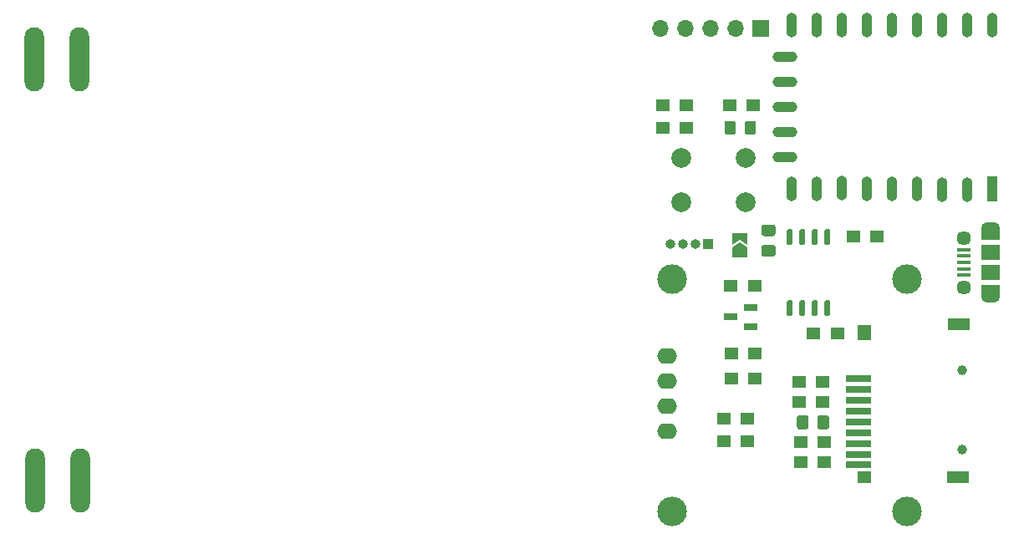
<source format=gts>
G04 #@! TF.GenerationSoftware,KiCad,Pcbnew,5.1.12-84ad8e8a86~92~ubuntu20.04.1*
G04 #@! TF.CreationDate,2022-03-16T00:54:27+01:00*
G04 #@! TF.ProjectId,ms2-card,6d73322d-6361-4726-942e-6b696361645f,0.2*
G04 #@! TF.SameCoordinates,Original*
G04 #@! TF.FileFunction,Soldermask,Top*
G04 #@! TF.FilePolarity,Negative*
%FSLAX46Y46*%
G04 Gerber Fmt 4.6, Leading zero omitted, Abs format (unit mm)*
G04 Created by KiCad (PCBNEW 5.1.12-84ad8e8a86~92~ubuntu20.04.1) date 2022-03-16 00:54:27*
%MOMM*%
%LPD*%
G01*
G04 APERTURE LIST*
%ADD10R,1.350000X1.300000*%
%ADD11O,2.000000X1.600000*%
%ADD12O,3.000000X3.000000*%
%ADD13C,3.000000*%
%ADD14C,0.100000*%
%ADD15R,1.900000X1.200000*%
%ADD16O,1.900000X1.200000*%
%ADD17R,1.900000X1.500000*%
%ADD18C,1.450000*%
%ADD19R,1.350000X0.400000*%
%ADD20C,1.998980*%
%ADD21O,1.100000X2.500000*%
%ADD22O,2.500000X1.100000*%
%ADD23R,1.100000X2.500000*%
%ADD24O,2.000000X6.500000*%
%ADD25O,1.000000X1.000000*%
%ADD26R,1.000000X1.000000*%
%ADD27R,2.500000X0.700000*%
%ADD28R,1.400000X1.200000*%
%ADD29R,1.400000X1.600000*%
%ADD30R,2.200000X1.200000*%
%ADD31C,1.000000*%
%ADD32O,1.700000X1.700000*%
%ADD33R,1.700000X1.700000*%
%ADD34R,1.400000X0.800000*%
G04 APERTURE END LIST*
D10*
X171888000Y-144399000D03*
X169488000Y-144399000D03*
X177235000Y-146558000D03*
X179635000Y-146558000D03*
X177235000Y-144526000D03*
X179635000Y-144526000D03*
X177108000Y-140462000D03*
X179508000Y-140462000D03*
X177108000Y-138430000D03*
X179508000Y-138430000D03*
X171881500Y-142113000D03*
X169481500Y-142113000D03*
G36*
G01*
X178048500Y-142019000D02*
X178048500Y-142969000D01*
G75*
G02*
X177798500Y-143219000I-250000J0D01*
G01*
X177123500Y-143219000D01*
G75*
G02*
X176873500Y-142969000I0J250000D01*
G01*
X176873500Y-142019000D01*
G75*
G02*
X177123500Y-141769000I250000J0D01*
G01*
X177798500Y-141769000D01*
G75*
G02*
X178048500Y-142019000I0J-250000D01*
G01*
G37*
G36*
G01*
X180123500Y-142019000D02*
X180123500Y-142969000D01*
G75*
G02*
X179873500Y-143219000I-250000J0D01*
G01*
X179198500Y-143219000D01*
G75*
G02*
X178948500Y-142969000I0J250000D01*
G01*
X178948500Y-142019000D01*
G75*
G02*
X179198500Y-141769000I250000J0D01*
G01*
X179873500Y-141769000D01*
G75*
G02*
X180123500Y-142019000I0J-250000D01*
G01*
G37*
D11*
X163749000Y-140843500D03*
X163749000Y-143383500D03*
X163749000Y-138303500D03*
X163749000Y-135763500D03*
D12*
X164249000Y-151513500D03*
D13*
X164249000Y-128013500D03*
X188049000Y-128013500D03*
X188049000Y-151513500D03*
D14*
G36*
X171069000Y-124275000D02*
G01*
X171819000Y-124775000D01*
X171819000Y-125775000D01*
X170319000Y-125775000D01*
X170319000Y-124775000D01*
X171069000Y-124275000D01*
G37*
G36*
X171819000Y-123325000D02*
G01*
X171819000Y-124475000D01*
X171069000Y-123975000D01*
X170319000Y-124475000D01*
X170319000Y-123325000D01*
X171819000Y-123325000D01*
G37*
D15*
X196500000Y-129201500D03*
X196500000Y-123401500D03*
D16*
X196500000Y-122801500D03*
X196500000Y-129801500D03*
D17*
X196500000Y-127301500D03*
D18*
X193800000Y-123801500D03*
D19*
X193800000Y-126301500D03*
X193800000Y-125651500D03*
X193800000Y-125001500D03*
X193800000Y-127601500D03*
X193800000Y-126951500D03*
D18*
X193800000Y-128801500D03*
D17*
X196500000Y-125301500D03*
D10*
X182569000Y-123698000D03*
X184969000Y-123698000D03*
X178568500Y-133477000D03*
X180968500Y-133477000D03*
G36*
G01*
X173515000Y-124529000D02*
X174465000Y-124529000D01*
G75*
G02*
X174715000Y-124779000I0J-250000D01*
G01*
X174715000Y-125454000D01*
G75*
G02*
X174465000Y-125704000I-250000J0D01*
G01*
X173515000Y-125704000D01*
G75*
G02*
X173265000Y-125454000I0J250000D01*
G01*
X173265000Y-124779000D01*
G75*
G02*
X173515000Y-124529000I250000J0D01*
G01*
G37*
G36*
G01*
X173515000Y-122454000D02*
X174465000Y-122454000D01*
G75*
G02*
X174715000Y-122704000I0J-250000D01*
G01*
X174715000Y-123379000D01*
G75*
G02*
X174465000Y-123629000I-250000J0D01*
G01*
X173515000Y-123629000D01*
G75*
G02*
X173265000Y-123379000I0J250000D01*
G01*
X173265000Y-122704000D01*
G75*
G02*
X173515000Y-122454000I250000J0D01*
G01*
G37*
X172650000Y-135509000D03*
X170250000Y-135509000D03*
X172650000Y-138049000D03*
X170250000Y-138049000D03*
D20*
X171653200Y-120233440D03*
X165150800Y-115732560D03*
X171653200Y-115732560D03*
X165150800Y-120233440D03*
D21*
X191579500Y-102233500D03*
X176339500Y-118873500D03*
D22*
X175639500Y-115633500D03*
X175639500Y-113093500D03*
X175639500Y-110553500D03*
X175639500Y-108013500D03*
X175639500Y-105473500D03*
D21*
X196659500Y-102233500D03*
X194119500Y-118903500D03*
X191579500Y-118903500D03*
X189039500Y-118873500D03*
X186499500Y-118873500D03*
X183959500Y-118873500D03*
X181419500Y-118773500D03*
X178879500Y-118873500D03*
X176339500Y-102233500D03*
X178879500Y-102233500D03*
X181419500Y-102233500D03*
X183959500Y-102233500D03*
X186499500Y-102233500D03*
X189039500Y-102233500D03*
X194119500Y-102233500D03*
D23*
X196659500Y-118873500D03*
G36*
G01*
X176299000Y-124517500D02*
X175999000Y-124517500D01*
G75*
G02*
X175849000Y-124367500I0J150000D01*
G01*
X175849000Y-123067500D01*
G75*
G02*
X175999000Y-122917500I150000J0D01*
G01*
X176299000Y-122917500D01*
G75*
G02*
X176449000Y-123067500I0J-150000D01*
G01*
X176449000Y-124367500D01*
G75*
G02*
X176299000Y-124517500I-150000J0D01*
G01*
G37*
G36*
G01*
X177569000Y-124517500D02*
X177269000Y-124517500D01*
G75*
G02*
X177119000Y-124367500I0J150000D01*
G01*
X177119000Y-123067500D01*
G75*
G02*
X177269000Y-122917500I150000J0D01*
G01*
X177569000Y-122917500D01*
G75*
G02*
X177719000Y-123067500I0J-150000D01*
G01*
X177719000Y-124367500D01*
G75*
G02*
X177569000Y-124517500I-150000J0D01*
G01*
G37*
G36*
G01*
X178839000Y-124517500D02*
X178539000Y-124517500D01*
G75*
G02*
X178389000Y-124367500I0J150000D01*
G01*
X178389000Y-123067500D01*
G75*
G02*
X178539000Y-122917500I150000J0D01*
G01*
X178839000Y-122917500D01*
G75*
G02*
X178989000Y-123067500I0J-150000D01*
G01*
X178989000Y-124367500D01*
G75*
G02*
X178839000Y-124517500I-150000J0D01*
G01*
G37*
G36*
G01*
X180109000Y-124517500D02*
X179809000Y-124517500D01*
G75*
G02*
X179659000Y-124367500I0J150000D01*
G01*
X179659000Y-123067500D01*
G75*
G02*
X179809000Y-122917500I150000J0D01*
G01*
X180109000Y-122917500D01*
G75*
G02*
X180259000Y-123067500I0J-150000D01*
G01*
X180259000Y-124367500D01*
G75*
G02*
X180109000Y-124517500I-150000J0D01*
G01*
G37*
G36*
G01*
X180109000Y-131717500D02*
X179809000Y-131717500D01*
G75*
G02*
X179659000Y-131567500I0J150000D01*
G01*
X179659000Y-130267500D01*
G75*
G02*
X179809000Y-130117500I150000J0D01*
G01*
X180109000Y-130117500D01*
G75*
G02*
X180259000Y-130267500I0J-150000D01*
G01*
X180259000Y-131567500D01*
G75*
G02*
X180109000Y-131717500I-150000J0D01*
G01*
G37*
G36*
G01*
X178839000Y-131717500D02*
X178539000Y-131717500D01*
G75*
G02*
X178389000Y-131567500I0J150000D01*
G01*
X178389000Y-130267500D01*
G75*
G02*
X178539000Y-130117500I150000J0D01*
G01*
X178839000Y-130117500D01*
G75*
G02*
X178989000Y-130267500I0J-150000D01*
G01*
X178989000Y-131567500D01*
G75*
G02*
X178839000Y-131717500I-150000J0D01*
G01*
G37*
G36*
G01*
X177569000Y-131717500D02*
X177269000Y-131717500D01*
G75*
G02*
X177119000Y-131567500I0J150000D01*
G01*
X177119000Y-130267500D01*
G75*
G02*
X177269000Y-130117500I150000J0D01*
G01*
X177569000Y-130117500D01*
G75*
G02*
X177719000Y-130267500I0J-150000D01*
G01*
X177719000Y-131567500D01*
G75*
G02*
X177569000Y-131717500I-150000J0D01*
G01*
G37*
G36*
G01*
X176299000Y-131717500D02*
X175999000Y-131717500D01*
G75*
G02*
X175849000Y-131567500I0J150000D01*
G01*
X175849000Y-130267500D01*
G75*
G02*
X175999000Y-130117500I150000J0D01*
G01*
X176299000Y-130117500D01*
G75*
G02*
X176449000Y-130267500I0J-150000D01*
G01*
X176449000Y-131567500D01*
G75*
G02*
X176299000Y-131717500I-150000J0D01*
G01*
G37*
D24*
X99628000Y-105700000D03*
X104200000Y-105700000D03*
D25*
X164020500Y-124460000D03*
X165290500Y-124460000D03*
X166560500Y-124460000D03*
D26*
X167830500Y-124460000D03*
D27*
X183108500Y-145721500D03*
X183108500Y-144621500D03*
X183108500Y-143521500D03*
X183108500Y-142421500D03*
X183108500Y-141321500D03*
X183108500Y-140221500D03*
X183108500Y-139121500D03*
X183108500Y-138021500D03*
D28*
X183708500Y-148021500D03*
D29*
X183708500Y-133421500D03*
D30*
X193308500Y-132521500D03*
X193208500Y-148021500D03*
D27*
X183108500Y-146821500D03*
D31*
X193608500Y-145221500D03*
X193608500Y-137221500D03*
G36*
G01*
X172732500Y-112198999D02*
X172732500Y-113099001D01*
G75*
G02*
X172482501Y-113349000I-249999J0D01*
G01*
X171832499Y-113349000D01*
G75*
G02*
X171582500Y-113099001I0J249999D01*
G01*
X171582500Y-112198999D01*
G75*
G02*
X171832499Y-111949000I249999J0D01*
G01*
X172482501Y-111949000D01*
G75*
G02*
X172732500Y-112198999I0J-249999D01*
G01*
G37*
G36*
G01*
X170682500Y-112198999D02*
X170682500Y-113099001D01*
G75*
G02*
X170432501Y-113349000I-249999J0D01*
G01*
X169782499Y-113349000D01*
G75*
G02*
X169532500Y-113099001I0J249999D01*
G01*
X169532500Y-112198999D01*
G75*
G02*
X169782499Y-111949000I249999J0D01*
G01*
X170432501Y-111949000D01*
G75*
G02*
X170682500Y-112198999I0J-249999D01*
G01*
G37*
D32*
X163068000Y-102552500D03*
X165608000Y-102552500D03*
X168148000Y-102552500D03*
X170688000Y-102552500D03*
D33*
X173228000Y-102552500D03*
D24*
X104300000Y-148400000D03*
X99728000Y-148400000D03*
D34*
X172196000Y-132776000D03*
X172196000Y-130876000D03*
X170196000Y-131826000D03*
D10*
X170059500Y-110363000D03*
X172459500Y-110363000D03*
X165665000Y-110363000D03*
X163265000Y-110363000D03*
X163265000Y-112649000D03*
X165665000Y-112649000D03*
X172593000Y-128649500D03*
X170193000Y-128649500D03*
M02*

</source>
